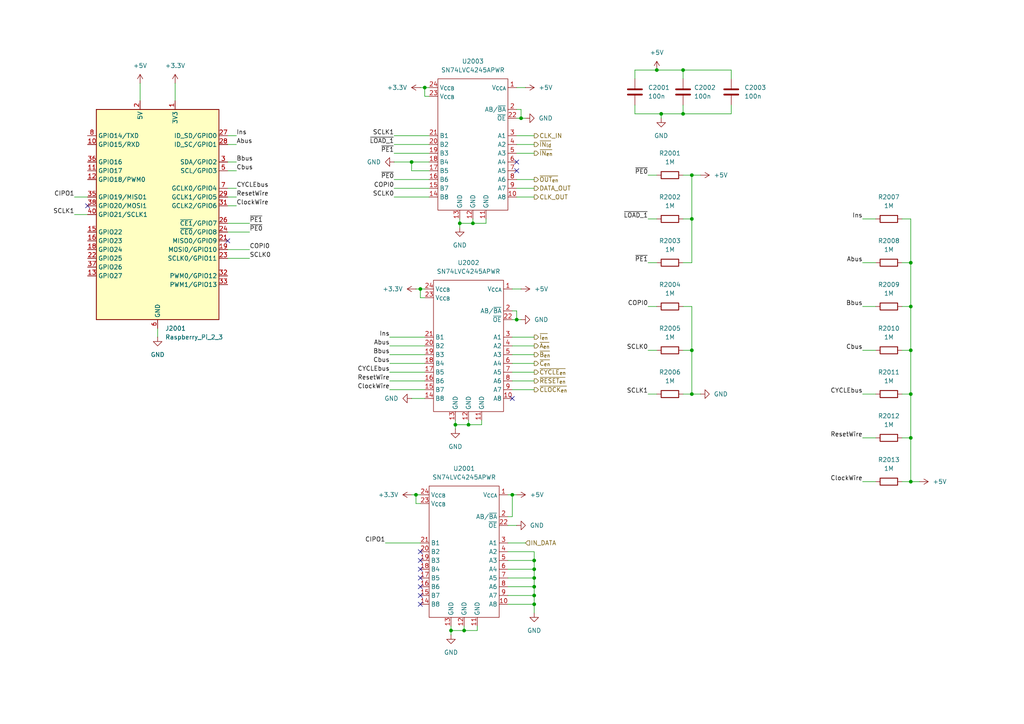
<source format=kicad_sch>
(kicad_sch (version 20231120) (generator "eeschema") (generator_version "8.0")
  (paper "A4")
  (lib_symbols
    (symbol "7400_Extras:74LVC4245"
      (property "Reference" "U" (at -0.254 22.86 0))
      (property "Value" "SN74LVC4245APWR" (at 0 7.62 0))
      (symbol "74LVC4245_1_1"
        (rectangle (start -10.16 21.59) (end 10.16 -16.51))
        (pin power_in line (at -12.7 19.05 0) (length 2.54) (name "V_{CCA}") (number "1"))
        (pin bidirectional line (at -12.7 -12.7 0) (length 2.54) (name "A8") (number "10"))
        (pin power_in line (at -3.81 -19.05 90) (length 2.54) (name "GND") (number "11"))
        (pin power_in line (at 0 -19.05 90) (length 2.54) (name "GND") (number "12"))
        (pin power_in line (at 3.81 -19.05 90) (length 2.54) (name "GND") (number "13"))
        (pin bidirectional line (at 12.7 -12.7 180) (length 2.54) (name "B8") (number "14"))
        (pin bidirectional line (at 12.7 -10.16 180) (length 2.54) (name "B7") (number "15"))
        (pin bidirectional line (at 12.7 -7.62 180) (length 2.54) (name "B6") (number "16"))
        (pin bidirectional line (at 12.7 -5.08 180) (length 2.54) (name "B5") (number "17"))
        (pin bidirectional line (at 12.7 -2.54 180) (length 2.54) (name "B4") (number "18"))
        (pin bidirectional line (at 12.7 0 180) (length 2.54) (name "B3") (number "19"))
        (pin input line (at -12.7 12.7 0) (length 2.54) (name "AB/~{BA}") (number "2"))
        (pin bidirectional line (at 12.7 2.54 180) (length 2.54) (name "B2") (number "20"))
        (pin bidirectional line (at 12.7 5.08 180) (length 2.54) (name "B1") (number "21"))
        (pin input line (at -12.7 10.16 0) (length 2.54) (name "~{OE}") (number "22"))
        (pin power_in line (at 12.7 16.51 180) (length 2.54) (name "V_{CCB}") (number "23"))
        (pin power_in line (at 12.7 19.05 180) (length 2.54) (name "V_{CCB}") (number "24"))
        (pin bidirectional line (at -12.7 5.08 0) (length 2.54) (name "A1") (number "3"))
        (pin bidirectional line (at -12.7 2.54 0) (length 2.54) (name "A2") (number "4"))
        (pin bidirectional line (at -12.7 0 0) (length 2.54) (name "A3") (number "5"))
        (pin bidirectional line (at -12.7 -2.54 0) (length 2.54) (name "A4") (number "6"))
        (pin bidirectional line (at -12.7 -5.08 0) (length 2.54) (name "A5") (number "7"))
        (pin bidirectional line (at -12.7 -7.62 0) (length 2.54) (name "A6") (number "8"))
        (pin bidirectional line (at -12.7 -10.16 0) (length 2.54) (name "A7") (number "9"))
      )
    )
    (symbol "Connector:Raspberry_Pi_2_3"
      (property "Reference" "J" (at -17.78 31.75 0))
      (property "Value" "Raspberry_Pi_2_3" (at 10.16 -31.75 0))
      (symbol "Raspberry_Pi_2_3_0_1"
        (rectangle (start -17.78 30.48) (end 17.78 -30.48) (stroke (width 0.254)) (fill (type background)))
      )
      (symbol "Raspberry_Pi_2_3_1_1"
        (pin power_in line (at 5.08 33.02 270) (length 2.54) (name "3V3") (number "1"))
        (pin bidirectional line (at -20.32 20.32 0) (length 2.54) (name "GPIO15/RXD") (number "10"))
        (pin bidirectional line (at -20.32 12.7 0) (length 2.54) (name "GPIO17") (number "11"))
        (pin bidirectional line (at -20.32 10.16 0) (length 2.54) (name "GPIO18/PWM0") (number "12"))
        (pin bidirectional line (at -20.32 -17.78 0) (length 2.54) (name "GPIO27") (number "13"))
        (pin passive line (at 0 -33.02 90) (length 2.54) hide (name "GND") (number "14"))
        (pin bidirectional line (at -20.32 -5.08 0) (length 2.54) (name "GPIO22") (number "15"))
        (pin bidirectional line (at -20.32 -7.62 0) (length 2.54) (name "GPIO23") (number "16"))
        (pin passive line (at 5.08 33.02 270) (length 2.54) hide (name "3V3") (number "17"))
        (pin bidirectional line (at -20.32 -10.16 0) (length 2.54) (name "GPIO24") (number "18"))
        (pin bidirectional line (at 20.32 -10.16 180) (length 2.54) (name "MOSI0/GPIO10") (number "19"))
        (pin power_in line (at -5.08 33.02 270) (length 2.54) (name "5V") (number "2"))
        (pin passive line (at 0 -33.02 90) (length 2.54) hide (name "GND") (number "20"))
        (pin bidirectional line (at 20.32 -7.62 180) (length 2.54) (name "MISO0/GPIO9") (number "21"))
        (pin bidirectional line (at -20.32 -12.7 0) (length 2.54) (name "GPIO25") (number "22"))
        (pin bidirectional line (at 20.32 -12.7 180) (length 2.54) (name "SCLK0/GPIO11") (number "23"))
        (pin bidirectional line (at 20.32 -5.08 180) (length 2.54) (name "~{CE0}/GPIO8") (number "24"))
        (pin passive line (at 0 -33.02 90) (length 2.54) hide (name "GND") (number "25"))
        (pin bidirectional line (at 20.32 -2.54 180) (length 2.54) (name "~{CE1}/GPIO7") (number "26"))
        (pin bidirectional line (at 20.32 22.86 180) (length 2.54) (name "ID_SD/GPIO0") (number "27"))
        (pin bidirectional line (at 20.32 20.32 180) (length 2.54) (name "ID_SC/GPIO1") (number "28"))
        (pin bidirectional line (at 20.32 5.08 180) (length 2.54) (name "GCLK1/GPIO5") (number "29"))
        (pin bidirectional line (at 20.32 15.24 180) (length 2.54) (name "SDA/GPIO2") (number "3"))
        (pin passive line (at 0 -33.02 90) (length 2.54) hide (name "GND") (number "30"))
        (pin bidirectional line (at 20.32 2.54 180) (length 2.54) (name "GCLK2/GPIO6") (number "31"))
        (pin bidirectional line (at 20.32 -17.78 180) (length 2.54) (name "PWM0/GPIO12") (number "32"))
        (pin bidirectional line (at 20.32 -20.32 180) (length 2.54) (name "PWM1/GPIO13") (number "33"))
        (pin passive line (at 0 -33.02 90) (length 2.54) hide (name "GND") (number "34"))
        (pin bidirectional line (at -20.32 5.08 0) (length 2.54) (name "GPIO19/MISO1") (number "35"))
        (pin bidirectional line (at -20.32 15.24 0) (length 2.54) (name "GPIO16") (number "36"))
        (pin bidirectional line (at -20.32 -15.24 0) (length 2.54) (name "GPIO26") (number "37"))
        (pin bidirectional line (at -20.32 2.54 0) (length 2.54) (name "GPIO20/MOSI1") (number "38"))
        (pin passive line (at 0 -33.02 90) (length 2.54) hide (name "GND") (number "39"))
        (pin passive line (at -5.08 33.02 270) (length 2.54) hide (name "5V") (number "4"))
        (pin bidirectional line (at -20.32 0 0) (length 2.54) (name "GPIO21/SCLK1") (number "40"))
        (pin bidirectional line (at 20.32 12.7 180) (length 2.54) (name "SCL/GPIO3") (number "5"))
        (pin power_in line (at 0 -33.02 90) (length 2.54) (name "GND") (number "6"))
        (pin bidirectional line (at 20.32 7.62 180) (length 2.54) (name "GCLK0/GPIO4") (number "7"))
        (pin bidirectional line (at -20.32 22.86 0) (length 2.54) (name "GPIO14/TXD") (number "8"))
        (pin passive line (at 0 -33.02 90) (length 2.54) hide (name "GND") (number "9"))
      )
    )
    (symbol "Device:C" (pin_numbers hide) (pin_names (offset 0.254))
      (property "Reference" "C" (at 0.635 2.54 0))
      (property "Value" "C" (at 0.635 -2.54 0))
      (symbol "C_0_1"
        (polyline (pts (xy -2.032 -0.762) (xy 2.032 -0.762)) (stroke (width 0.508)))
        (polyline (pts (xy -2.032 0.762) (xy 2.032 0.762)) (stroke (width 0.508)))
      )
      (symbol "C_1_1"
        (pin passive line (at 0 3.81 270) (length 2.794) (name "~") (number "1"))
        (pin passive line (at 0 -3.81 90) (length 2.794) (name "~") (number "2"))
      )
    )
    (symbol "Device:R" (pin_numbers hide) (pin_names (offset 0))
      (property "Reference" "R" (at 2.032 0 90))
      (property "Value" "R" (at 0 0 90))
      (symbol "R_0_1"
        (rectangle (start -1.016 -2.54) (end 1.016 2.54) (stroke (width 0.254)))
      )
      (symbol "R_1_1"
        (pin passive line (at 0 3.81 270) (length 1.27) (name "~") (number "1"))
        (pin passive line (at 0 -3.81 90) (length 1.27) (name "~") (number "2"))
      )
    )
    (symbol "power:+3.3V" (power) (pin_numbers hide) (pin_names (offset 0) hide)
      (property "Value" "+3.3V" (at 0 3.556 0))
      (symbol "+3.3V_0_1"
        (polyline (pts (xy -0.762 1.27) (xy 0 2.54)))
        (polyline (pts (xy 0 0) (xy 0 2.54)))
        (polyline (pts (xy 0 2.54) (xy 0.762 1.27)))
      )
      (symbol "+3.3V_1_1"
        (pin power_in line (at 0 0 90) (length 0) (name "~") (number "1"))
      )
    )
    (symbol "power:+5V" (power) (pin_numbers hide) (pin_names (offset 0) hide)
      (property "Value" "+5V" (at 0 3.556 0))
      (symbol "+5V_0_1"
        (polyline (pts (xy -0.762 1.27) (xy 0 2.54)))
        (polyline (pts (xy 0 0) (xy 0 2.54)))
        (polyline (pts (xy 0 2.54) (xy 0.762 1.27)))
      )
      (symbol "+5V_1_1"
        (pin power_in line (at 0 0 90) (length 0) (name "~") (number "1"))
      )
    )
    (symbol "power:GND" (power) (pin_numbers hide) (pin_names (offset 0) hide)
      (property "Value" "GND" (at 0 -3.81 0))
      (symbol "GND_0_1"
        (polyline (pts (xy 0 0) (xy 0 -1.27) (xy 1.27 -1.27) (xy 0 -2.54) (xy -1.27 -1.27) (xy 0 -1.27)))
      )
      (symbol "GND_1_1"
        (pin power_in line (at 0 0 270) (length 0) (name "~") (number "1"))
      )
    )
  )
  (junction (at 264.16 114.3))
  (junction (at 132.08 123.19))
  (junction (at 154.94 167.64))
  (junction (at 135.89 123.19))
  (junction (at 154.94 162.56))
  (junction (at 119.38 46.99))
  (junction (at 264.16 101.6))
  (junction (at 191.77 33.02))
  (junction (at 154.94 172.72))
  (junction (at 121.92 83.82))
  (junction (at 148.59 143.51))
  (junction (at 154.94 165.1))
  (junction (at 149.86 92.71))
  (junction (at 130.81 182.88))
  (junction (at 198.12 33.02))
  (junction (at 200.66 63.5))
  (junction (at 133.35 64.77))
  (junction (at 264.16 139.7))
  (junction (at 123.19 25.4))
  (junction (at 200.66 101.6))
  (junction (at 264.16 127))
  (junction (at 154.94 175.26))
  (junction (at 264.16 88.9))
  (junction (at 154.94 170.18))
  (junction (at 120.65 143.51))
  (junction (at 137.16 64.77))
  (junction (at 190.5 20.32))
  (junction (at 200.66 50.8))
  (junction (at 200.66 114.3))
  (junction (at 134.62 182.88))
  (junction (at 198.12 20.32))
  (junction (at 151.13 34.29))
  (junction (at 264.16 76.2))
  (no_connect (at 149.86 49.53))
  (no_connect (at 149.86 46.99))
  (no_connect (at 121.92 170.18))
  (no_connect (at 121.92 175.26))
  (no_connect (at 121.92 162.56))
  (no_connect (at 25.4 59.69))
  (no_connect (at 66.04 69.85))
  (no_connect (at 121.92 167.64))
  (no_connect (at 121.92 172.72))
  (no_connect (at 121.92 160.02))
  (no_connect (at 121.92 165.1))
  (no_connect (at 148.59 115.57))
  (wire (pts (xy 113.03 102.87) (xy 123.19 102.87)))
  (wire (pts (xy 66.04 74.93) (xy 72.39 74.93)))
  (wire (pts (xy 200.66 88.9) (xy 200.66 101.6)))
  (wire (pts (xy 187.96 88.9) (xy 190.5 88.9)))
  (wire (pts (xy 200.66 50.8) (xy 200.66 63.5)))
  (wire (pts (xy 147.32 157.48) (xy 152.4 157.48)))
  (wire (pts (xy 264.16 63.5) (xy 261.62 63.5)))
  (wire (pts (xy 66.04 67.31) (xy 72.39 67.31)))
  (wire (pts (xy 200.66 114.3) (xy 203.2 114.3)))
  (wire (pts (xy 149.86 44.45) (xy 154.94 44.45)))
  (wire (pts (xy 147.32 149.86) (xy 148.59 149.86)))
  (wire (pts (xy 198.12 101.6) (xy 200.66 101.6)))
  (wire (pts (xy 114.3 41.91) (xy 124.46 41.91)))
  (wire (pts (xy 149.86 39.37) (xy 154.94 39.37)))
  (wire (pts (xy 113.03 100.33) (xy 123.19 100.33)))
  (wire (pts (xy 250.19 101.6) (xy 254 101.6)))
  (wire (pts (xy 187.96 50.8) (xy 190.5 50.8)))
  (wire (pts (xy 261.62 114.3) (xy 264.16 114.3)))
  (wire (pts (xy 130.81 181.61) (xy 130.81 182.88)))
  (wire (pts (xy 120.65 146.05) (xy 121.92 146.05)))
  (wire (pts (xy 184.15 30.48) (xy 184.15 33.02)))
  (wire (pts (xy 154.94 172.72) (xy 154.94 175.26)))
  (wire (pts (xy 250.19 88.9) (xy 254 88.9)))
  (wire (pts (xy 133.35 64.77) (xy 133.35 66.04)))
  (wire (pts (xy 134.62 182.88) (xy 138.43 182.88)))
  (wire (pts (xy 151.13 31.75) (xy 151.13 34.29)))
  (wire (pts (xy 148.59 107.95) (xy 154.94 107.95)))
  (wire (pts (xy 113.03 97.79) (xy 123.19 97.79)))
  (wire (pts (xy 148.59 97.79) (xy 154.94 97.79)))
  (wire (pts (xy 149.86 57.15) (xy 154.94 57.15)))
  (wire (pts (xy 187.96 63.5) (xy 190.5 63.5)))
  (wire (pts (xy 121.92 83.82) (xy 123.19 83.82)))
  (wire (pts (xy 135.89 123.19) (xy 139.7 123.19)))
  (wire (pts (xy 149.86 31.75) (xy 151.13 31.75)))
  (wire (pts (xy 147.32 162.56) (xy 154.94 162.56)))
  (wire (pts (xy 149.86 25.4) (xy 152.4 25.4)))
  (wire (pts (xy 113.03 113.03) (xy 123.19 113.03)))
  (wire (pts (xy 147.32 172.72) (xy 154.94 172.72)))
  (wire (pts (xy 130.81 182.88) (xy 134.62 182.88)))
  (wire (pts (xy 21.59 62.23) (xy 25.4 62.23)))
  (wire (pts (xy 200.66 101.6) (xy 200.66 114.3)))
  (wire (pts (xy 154.94 160.02) (xy 154.94 162.56)))
  (wire (pts (xy 154.94 167.64) (xy 154.94 170.18)))
  (wire (pts (xy 148.59 113.03) (xy 154.94 113.03)))
  (wire (pts (xy 121.92 25.4) (xy 123.19 25.4)))
  (wire (pts (xy 123.19 25.4) (xy 123.19 27.94)))
  (wire (pts (xy 147.32 160.02) (xy 154.94 160.02)))
  (wire (pts (xy 120.65 143.51) (xy 121.92 143.51)))
  (wire (pts (xy 45.72 95.25) (xy 45.72 97.79)))
  (wire (pts (xy 149.86 52.07) (xy 154.94 52.07)))
  (wire (pts (xy 250.19 76.2) (xy 254 76.2)))
  (wire (pts (xy 120.65 143.51) (xy 120.65 146.05)))
  (wire (pts (xy 148.59 143.51) (xy 149.86 143.51)))
  (wire (pts (xy 147.32 167.64) (xy 154.94 167.64)))
  (wire (pts (xy 184.15 33.02) (xy 191.77 33.02)))
  (wire (pts (xy 250.19 63.5) (xy 254 63.5)))
  (wire (pts (xy 138.43 182.88) (xy 138.43 181.61)))
  (wire (pts (xy 113.03 107.95) (xy 123.19 107.95)))
  (wire (pts (xy 137.16 64.77) (xy 140.97 64.77)))
  (wire (pts (xy 147.32 170.18) (xy 154.94 170.18)))
  (wire (pts (xy 132.08 123.19) (xy 135.89 123.19)))
  (wire (pts (xy 198.12 33.02) (xy 212.09 33.02)))
  (wire (pts (xy 66.04 46.99) (xy 68.58 46.99)))
  (wire (pts (xy 148.59 83.82) (xy 151.13 83.82)))
  (wire (pts (xy 114.3 54.61) (xy 124.46 54.61)))
  (wire (pts (xy 119.38 143.51) (xy 120.65 143.51)))
  (wire (pts (xy 149.86 90.17) (xy 149.86 92.71)))
  (wire (pts (xy 124.46 49.53) (xy 119.38 49.53)))
  (wire (pts (xy 148.59 102.87) (xy 154.94 102.87)))
  (wire (pts (xy 114.3 46.99) (xy 119.38 46.99)))
  (wire (pts (xy 66.04 59.69) (xy 68.58 59.69)))
  (wire (pts (xy 121.92 86.36) (xy 123.19 86.36)))
  (wire (pts (xy 212.09 33.02) (xy 212.09 30.48)))
  (wire (pts (xy 134.62 181.61) (xy 134.62 182.88)))
  (wire (pts (xy 264.16 139.7) (xy 266.7 139.7)))
  (wire (pts (xy 149.86 34.29) (xy 151.13 34.29)))
  (wire (pts (xy 261.62 127) (xy 264.16 127)))
  (wire (pts (xy 264.16 76.2) (xy 264.16 63.5)))
  (wire (pts (xy 40.64 24.13) (xy 40.64 29.21)))
  (wire (pts (xy 21.59 57.15) (xy 25.4 57.15)))
  (wire (pts (xy 187.96 76.2) (xy 190.5 76.2)))
  (wire (pts (xy 149.86 54.61) (xy 154.94 54.61)))
  (wire (pts (xy 154.94 170.18) (xy 154.94 172.72)))
  (wire (pts (xy 123.19 25.4) (xy 124.46 25.4)))
  (wire (pts (xy 198.12 30.48) (xy 198.12 33.02)))
  (wire (pts (xy 190.5 20.32) (xy 198.12 20.32)))
  (wire (pts (xy 133.35 63.5) (xy 133.35 64.77)))
  (wire (pts (xy 187.96 101.6) (xy 190.5 101.6)))
  (wire (pts (xy 119.38 46.99) (xy 124.46 46.99)))
  (wire (pts (xy 250.19 127) (xy 254 127)))
  (wire (pts (xy 147.32 175.26) (xy 154.94 175.26)))
  (wire (pts (xy 261.62 139.7) (xy 264.16 139.7)))
  (wire (pts (xy 148.59 100.33) (xy 154.94 100.33)))
  (wire (pts (xy 148.59 143.51) (xy 148.59 149.86)))
  (wire (pts (xy 66.04 39.37) (xy 68.58 39.37)))
  (wire (pts (xy 148.59 92.71) (xy 149.86 92.71)))
  (wire (pts (xy 66.04 72.39) (xy 72.39 72.39)))
  (wire (pts (xy 264.16 127) (xy 264.16 139.7)))
  (wire (pts (xy 200.66 50.8) (xy 203.2 50.8)))
  (wire (pts (xy 66.04 49.53) (xy 68.58 49.53)))
  (wire (pts (xy 198.12 50.8) (xy 200.66 50.8)))
  (wire (pts (xy 139.7 123.19) (xy 139.7 121.92)))
  (wire (pts (xy 133.35 64.77) (xy 137.16 64.77)))
  (wire (pts (xy 184.15 20.32) (xy 190.5 20.32)))
  (wire (pts (xy 184.15 22.86) (xy 184.15 20.32)))
  (wire (pts (xy 154.94 162.56) (xy 154.94 165.1)))
  (wire (pts (xy 264.16 114.3) (xy 264.16 101.6)))
  (wire (pts (xy 187.96 114.3) (xy 190.5 114.3)))
  (wire (pts (xy 121.92 83.82) (xy 121.92 86.36)))
  (wire (pts (xy 140.97 64.77) (xy 140.97 63.5)))
  (wire (pts (xy 148.59 90.17) (xy 149.86 90.17)))
  (wire (pts (xy 119.38 115.57) (xy 123.19 115.57)))
  (wire (pts (xy 198.12 88.9) (xy 200.66 88.9)))
  (wire (pts (xy 137.16 63.5) (xy 137.16 64.77)))
  (wire (pts (xy 113.03 110.49) (xy 123.19 110.49)))
  (wire (pts (xy 198.12 114.3) (xy 200.66 114.3)))
  (wire (pts (xy 148.59 110.49) (xy 154.94 110.49)))
  (wire (pts (xy 149.86 41.91) (xy 154.94 41.91)))
  (wire (pts (xy 151.13 34.29) (xy 152.4 34.29)))
  (wire (pts (xy 212.09 20.32) (xy 212.09 22.86)))
  (wire (pts (xy 264.16 101.6) (xy 264.16 88.9)))
  (wire (pts (xy 135.89 121.92) (xy 135.89 123.19)))
  (wire (pts (xy 66.04 64.77) (xy 72.39 64.77)))
  (wire (pts (xy 130.81 182.88) (xy 130.81 184.15)))
  (wire (pts (xy 50.8 24.13) (xy 50.8 29.21)))
  (wire (pts (xy 132.08 121.92) (xy 132.08 123.19)))
  (wire (pts (xy 119.38 49.53) (xy 119.38 46.99)))
  (wire (pts (xy 66.04 54.61) (xy 68.58 54.61)))
  (wire (pts (xy 111.76 157.48) (xy 121.92 157.48)))
  (wire (pts (xy 264.16 88.9) (xy 264.16 76.2)))
  (wire (pts (xy 114.3 52.07) (xy 124.46 52.07)))
  (wire (pts (xy 114.3 57.15) (xy 124.46 57.15)))
  (wire (pts (xy 147.32 165.1) (xy 154.94 165.1)))
  (wire (pts (xy 154.94 165.1) (xy 154.94 167.64)))
  (wire (pts (xy 66.04 41.91) (xy 68.58 41.91)))
  (wire (pts (xy 147.32 143.51) (xy 148.59 143.51)))
  (wire (pts (xy 154.94 175.26) (xy 154.94 177.8)))
  (wire (pts (xy 261.62 88.9) (xy 264.16 88.9)))
  (wire (pts (xy 198.12 20.32) (xy 198.12 22.86)))
  (wire (pts (xy 264.16 127) (xy 264.16 114.3)))
  (wire (pts (xy 149.86 92.71) (xy 151.13 92.71)))
  (wire (pts (xy 191.77 34.29) (xy 191.77 33.02)))
  (wire (pts (xy 148.59 105.41) (xy 154.94 105.41)))
  (wire (pts (xy 191.77 33.02) (xy 198.12 33.02)))
  (wire (pts (xy 147.32 152.4) (xy 149.86 152.4)))
  (wire (pts (xy 113.03 105.41) (xy 123.19 105.41)))
  (wire (pts (xy 123.19 27.94) (xy 124.46 27.94)))
  (wire (pts (xy 198.12 20.32) (xy 212.09 20.32)))
  (wire (pts (xy 261.62 76.2) (xy 264.16 76.2)))
  (wire (pts (xy 132.08 123.19) (xy 132.08 124.46)))
  (wire (pts (xy 261.62 101.6) (xy 264.16 101.6)))
  (wire (pts (xy 114.3 39.37) (xy 124.46 39.37)))
  (wire (pts (xy 200.66 76.2) (xy 198.12 76.2)))
  (wire (pts (xy 250.19 139.7) (xy 254 139.7)))
  (wire (pts (xy 250.19 114.3) (xy 254 114.3)))
  (wire (pts (xy 114.3 44.45) (xy 124.46 44.45)))
  (wire (pts (xy 200.66 63.5) (xy 200.66 76.2)))
  (wire (pts (xy 198.12 63.5) (xy 200.66 63.5)))
  (wire (pts (xy 120.65 83.82) (xy 121.92 83.82)))
  (wire (pts (xy 66.04 57.15) (xy 68.58 57.15)))
  (label "Abus" (at 68.58 41.91 0))
  (label "SCLK0" (at 114.3 57.15 180))
  (label "SCLK0" (at 72.39 74.93 0))
  (label "Cbus" (at 113.03 105.41 180))
  (label "CIPO1" (at 21.59 57.15 180))
  (label "Bbus" (at 250.19 88.9 180))
  (label "~{LOAD_1}" (at 187.96 63.5 180))
  (label "ResetWire" (at 113.03 110.49 180))
  (label "SCLK1" (at 114.3 39.37 180))
  (label "CIPO1" (at 111.76 157.48 180))
  (label "~{PE0}" (at 187.96 50.8 180))
  (label "CYCLEbus" (at 250.19 114.3 180))
  (label "Cbus" (at 250.19 101.6 180))
  (label "ResetWire" (at 68.58 57.15 0))
  (label "ClockWire" (at 68.58 59.69 0))
  (label "Ins" (at 68.58 39.37 0))
  (label "COPI0" (at 114.3 54.61 180))
  (label "~{PE1}" (at 114.3 44.45 180))
  (label "SCLK0" (at 187.96 101.6 180))
  (label "~{PE0}" (at 72.39 67.31 0))
  (label "Bbus" (at 113.03 102.87 180))
  (label "CYCLEbus" (at 68.58 54.61 0))
  (label "Abus" (at 250.19 76.2 180))
  (label "ResetWire" (at 250.19 127 180))
  (label "COPI0" (at 187.96 88.9 180))
  (label "~{PE1}" (at 72.39 64.77 0))
  (label "Abus" (at 113.03 100.33 180))
  (label "SCLK1" (at 187.96 114.3 180))
  (label "Bbus" (at 68.58 46.99 0))
  (label "CYCLEbus" (at 113.03 107.95 180))
  (label "~{PE0}" (at 114.3 52.07 180))
  (label "Cbus" (at 68.58 49.53 0))
  (label "Ins" (at 113.03 97.79 180))
  (label "SCLK1" (at 21.59 62.23 180))
  (label "~{LOAD_1}" (at 114.3 41.91 180))
  (label "Ins" (at 250.19 63.5 180))
  (label "ClockWire" (at 250.19 139.7 180))
  (label "ClockWire" (at 113.03 113.03 180))
  (label "COPI0" (at 72.39 72.39 0))
  (label "~{PE1}" (at 187.96 76.2 180))
  (hierarchical_label "~{I_{en}}" (shape output) (at 154.94 97.79 0))
  (hierarchical_label "~{CLOCK_{en}}" (shape output) (at 154.94 113.03 0))
  (hierarchical_label "DATA_OUT" (shape output) (at 154.94 54.61 0))
  (hierarchical_label "~{RESET_{en}}" (shape output) (at 154.94 110.49 0))
  (hierarchical_label "IN_DATA" (shape input) (at 152.4 157.48 0))
  (hierarchical_label "CLK_IN" (shape output) (at 154.94 39.37 0))
  (hierarchical_label "~{A_{en}}" (shape output) (at 154.94 100.33 0))
  (hierarchical_label "~{CYCLE_{en}}" (shape output) (at 154.94 107.95 0))
  (hierarchical_label "~{IN_{en}}" (shape output) (at 154.94 44.45 0))
  (hierarchical_label "~{B_{en}}" (shape output) (at 154.94 102.87 0))
  (hierarchical_label "CLK_OUT" (shape output) (at 154.94 57.15 0))
  (hierarchical_label "~{C_{en}}" (shape output) (at 154.94 105.41 0))
  (hierarchical_label "~{OUT_{en}}" (shape output) (at 154.94 52.07 0))
  (hierarchical_label "~{IN_{ld}}" (shape output) (at 154.94 41.91 0))
  (symbol (lib_id "Device:R") (at 194.31 101.6 90) (unit 1)
    (property "Reference" "R2005" (at 194.31 95.25 90))
    (property "Value" "1M" (at 194.31 97.79 90))
    (property "Footprint" "Resistor_SMD:R_0603_1608Metric" (effects (hide yes)))
    (property "Description" "Resistor" (effects (hide yes)))
    (property "LCSC" "C22935" (effects (hide yes)))
  )
  (symbol (lib_id "Device:R") (at 194.31 88.9 90) (unit 1)
    (property "Reference" "R2004" (at 194.31 82.55 90))
    (property "Value" "1M" (at 194.31 85.09 90))
    (property "Footprint" "Resistor_SMD:R_0603_1608Metric" (effects (hide yes)))
    (property "Description" "Resistor" (effects (hide yes)))
    (property "LCSC" "C22935" (effects (hide yes)))
  )
  (symbol (lib_id "Device:C") (at 212.09 26.67 180) (unit 1)
    (property "Reference" "C2003" (at 215.9 25.3999 0) (effects (justify right)))
    (property "Value" "100n" (at 215.9 27.9399 0) (effects (justify right)))
    (property "Footprint" "Capacitor_SMD:C_0603_1608Metric" (effects (hide yes)))
    (property "Datasheet" "https://datasheet.lcsc.com/lcsc/1809301912_YAGEO-CC0603KRX7R9BB104_C14663.pdf" (effects (hide yes)))
    (property "LCSC" "C14663" (effects (hide yes)))
  )
  (symbol (lib_id "Device:C") (at 184.15 26.67 180) (unit 1)
    (property "Reference" "C2001" (at 187.96 25.3999 0) (effects (justify right)))
    (property "Value" "100n" (at 187.96 27.9399 0) (effects (justify right)))
    (property "Footprint" "Capacitor_SMD:C_0603_1608Metric" (effects (hide yes)))
    (property "Datasheet" "https://datasheet.lcsc.com/lcsc/1809301912_YAGEO-CC0603KRX7R9BB104_C14663.pdf" (effects (hide yes)))
    (property "LCSC" "C14663" (effects (hide yes)))
  )
  (symbol (lib_id "Device:R") (at 257.81 101.6 90) (unit 1)
    (property "Reference" "R2010" (at 257.81 95.25 90))
    (property "Value" "1M" (at 257.81 97.79 90))
    (property "Footprint" "Resistor_SMD:R_0603_1608Metric" (effects (hide yes)))
    (property "Description" "Resistor" (effects (hide yes)))
    (property "LCSC" "C22935" (effects (hide yes)))
  )
  (symbol (lib_id "power:GND") (at 132.08 124.46 0) (unit 1)
    (property "Reference" "#PWR02010" (effects (hide yes)))
    (property "Value" "GND" (at 132.08 129.54 0))
    (property "Description" "Power symbol creates a global label with name \"GND\" , ground" (effects (hide yes)))
  )
  (symbol (lib_id "Device:R") (at 257.81 76.2 90) (unit 1)
    (property "Reference" "R2008" (at 257.81 69.85 90))
    (property "Value" "1M" (at 257.81 72.39 90))
    (property "Footprint" "Resistor_SMD:R_0603_1608Metric" (effects (hide yes)))
    (property "Description" "Resistor" (effects (hide yes)))
    (property "LCSC" "C22935" (effects (hide yes)))
  )
  (symbol (lib_id "power:GND") (at 119.38 115.57 270) (unit 1)
    (property "Reference" "#PWR02005" (effects (hide yes)))
    (property "Value" "GND" (at 115.57 115.5699 90) (effects (justify right)))
    (property "Description" "Power symbol creates a global label with name \"GND\" , ground" (effects (hide yes)))
  )
  (symbol (lib_id "power:GND") (at 154.94 177.8 0) (unit 1)
    (property "Reference" "#PWR02018" (effects (hide yes)))
    (property "Value" "GND" (at 154.94 182.88 0))
    (property "Description" "Power symbol creates a global label with name \"GND\" , ground" (effects (hide yes)))
  )
  (symbol (lib_id "Device:R") (at 257.81 88.9 90) (unit 1)
    (property "Reference" "R2009" (at 257.81 82.55 90))
    (property "Value" "1M" (at 257.81 85.09 90))
    (property "Footprint" "Resistor_SMD:R_0603_1608Metric" (effects (hide yes)))
    (property "Description" "Resistor" (effects (hide yes)))
    (property "LCSC" "C22935" (effects (hide yes)))
  )
  (symbol (lib_id "7400_Extras:74LVC4245") (at 135.89 102.87 0) (mirror y) (unit 1)
    (property "Reference" "U2002" (at 135.89 76.2 0))
    (property "Value" "SN74LVC4245APWR" (at 135.89 78.74 0))
    (property "Footprint" "Package_SO:TSSOP-24_4.4x7.8mm_P0.65mm" (effects (hide yes)))
    (property "Datasheet" "https://www.lcsc.com/datasheet/lcsc_datasheet_1809192324_Texas-Instruments-SN74LVC4245APWR_C7859.pdf" (effects (hide yes)))
    (property "Description" "Octal Bus Transceiver 3V3 to 5V" (effects (hide yes)))
    (property "LCSC" "C7859" (effects (hide yes)))
  )
  (symbol (lib_id "7400_Extras:74LVC4245") (at 137.16 44.45 0) (mirror y) (unit 1)
    (property "Reference" "U2003" (at 137.16 17.78 0))
    (property "Value" "SN74LVC4245APWR" (at 137.16 20.32 0))
    (property "Footprint" "Package_SO:TSSOP-24_4.4x7.8mm_P0.65mm" (effects (hide yes)))
    (property "Datasheet" "https://www.lcsc.com/datasheet/lcsc_datasheet_1809192324_Texas-Instruments-SN74LVC4245APWR_C7859.pdf" (effects (hide yes)))
    (property "Description" "Octal Bus Transceiver 3V3 to 5V" (effects (hide yes)))
    (property "LCSC" "C7859" (effects (hide yes)))
  )
  (symbol (lib_id "7400_Extras:74LVC4245") (at 134.62 162.56 0) (mirror y) (unit 1)
    (property "Reference" "U2001" (at 134.62 135.89 0))
    (property "Value" "SN74LVC4245APWR" (at 134.62 138.43 0))
    (property "Footprint" "Package_SO:TSSOP-24_4.4x7.8mm_P0.65mm" (effects (hide yes)))
    (property "Datasheet" "https://www.lcsc.com/datasheet/lcsc_datasheet_1809192324_Texas-Instruments-SN74LVC4245APWR_C7859.pdf" (effects (hide yes)))
    (property "Description" "Octal Bus Transceiver 3V3 to 5V" (effects (hide yes)))
    (property "LCSC" "C7859" (effects (hide yes)))
  )
  (symbol (lib_id "power:+3.3V") (at 121.92 25.4 90) (unit 1)
    (property "Reference" "#PWR02008" (effects (hide yes)))
    (property "Value" "+3.3V" (at 118.11 25.3999 90) (effects (justify left)))
    (property "Description" "Power symbol creates a global label with name \"+3.3V\"" (effects (hide yes)))
  )
  (symbol (lib_id "Device:R") (at 257.81 114.3 90) (unit 1)
    (property "Reference" "R2011" (at 257.81 107.95 90))
    (property "Value" "1M" (at 257.81 110.49 90))
    (property "Footprint" "Resistor_SMD:R_0603_1608Metric" (effects (hide yes)))
    (property "Description" "Resistor" (effects (hide yes)))
    (property "LCSC" "C22935" (effects (hide yes)))
  )
  (symbol (lib_id "power:+3.3V") (at 119.38 143.51 90) (unit 1)
    (property "Reference" "#PWR02006" (effects (hide yes)))
    (property "Value" "+3.3V" (at 115.57 143.5099 90) (effects (justify left)))
    (property "Description" "Power symbol creates a global label with name \"+3.3V\"" (effects (hide yes)))
  )
  (symbol (lib_id "power:GND") (at 114.3 46.99 270) (unit 1)
    (property "Reference" "#PWR02004" (effects (hide yes)))
    (property "Value" "GND" (at 110.49 46.9899 90) (effects (justify right)))
    (property "Description" "Power symbol creates a global label with name \"GND\" , ground" (effects (hide yes)))
  )
  (symbol (lib_id "power:GND") (at 203.2 114.3 90) (unit 1)
    (property "Reference" "#PWR02022" (effects (hide yes)))
    (property "Value" "GND" (at 207.01 114.2999 90) (effects (justify right)))
    (property "Description" "Power symbol creates a global label with name \"GND\" , ground" (effects (hide yes)))
  )
  (symbol (lib_id "power:+5V") (at 149.86 143.51 270) (unit 1)
    (property "Reference" "#PWR02012" (effects (hide yes)))
    (property "Value" "+5V" (at 153.67 143.5099 90) (effects (justify left)))
    (property "Description" "Power symbol creates a global label with name \"+5V\"" (effects (hide yes)))
  )
  (symbol (lib_id "power:+5V") (at 266.7 139.7 270) (unit 1)
    (property "Reference" "#PWR02023" (effects (hide yes)))
    (property "Value" "+5V" (at 270.51 139.6999 90) (effects (justify left)))
    (property "Description" "Power symbol creates a global label with name \"+5V\"" (effects (hide yes)))
  )
  (symbol (lib_id "Device:R") (at 194.31 50.8 90) (unit 1)
    (property "Reference" "R2001" (at 194.31 44.45 90))
    (property "Value" "1M" (at 194.31 46.99 90))
    (property "Footprint" "Resistor_SMD:R_0603_1608Metric" (effects (hide yes)))
    (property "Description" "Resistor" (effects (hide yes)))
    (property "LCSC" "C22935" (effects (hide yes)))
  )
  (symbol (lib_id "power:+3.3V") (at 50.8 24.13 0) (unit 1)
    (property "Reference" "#PWR02003" (effects (hide yes)))
    (property "Value" "+3.3V" (at 50.8 19.05 0))
    (property "Description" "Power symbol creates a global label with name \"+3.3V\"" (effects (hide yes)))
  )
  (symbol (lib_id "power:GND") (at 130.81 184.15 0) (unit 1)
    (property "Reference" "#PWR02009" (effects (hide yes)))
    (property "Value" "GND" (at 130.81 189.23 0))
    (property "Description" "Power symbol creates a global label with name \"GND\" , ground" (effects (hide yes)))
  )
  (symbol (lib_id "power:+3.3V") (at 120.65 83.82 90) (unit 1)
    (property "Reference" "#PWR02007" (effects (hide yes)))
    (property "Value" "+3.3V" (at 116.84 83.8199 90) (effects (justify left)))
    (property "Description" "Power symbol creates a global label with name \"+3.3V\"" (effects (hide yes)))
  )
  (symbol (lib_id "Device:C") (at 198.12 26.67 180) (unit 1)
    (property "Reference" "C2002" (at 201.295 25.3999 0) (effects (justify right)))
    (property "Value" "100n" (at 201.295 27.9399 0) (effects (justify right)))
    (property "Footprint" "Capacitor_SMD:C_0603_1608Metric" (effects (hide yes)))
    (property "Datasheet" "https://datasheet.lcsc.com/lcsc/1809301912_YAGEO-CC0603KRX7R9BB104_C14663.pdf" (effects (hide yes)))
    (property "LCSC" "C14663" (effects (hide yes)))
  )
  (symbol (lib_id "Device:R") (at 257.81 63.5 90) (unit 1)
    (property "Reference" "R2007" (at 257.81 57.15 90))
    (property "Value" "1M" (at 257.81 59.69 90))
    (property "Footprint" "Resistor_SMD:R_0603_1608Metric" (effects (hide yes)))
    (property "Description" "Resistor" (effects (hide yes)))
    (property "LCSC" "C22935" (effects (hide yes)))
  )
  (symbol (lib_id "power:+5V") (at 203.2 50.8 270) (unit 1)
    (property "Reference" "#PWR02021" (effects (hide yes)))
    (property "Value" "+5V" (at 207.01 50.7999 90) (effects (justify left)))
    (property "Description" "Power symbol creates a global label with name \"+5V\"" (effects (hide yes)))
  )
  (symbol (lib_id "power:GND") (at 151.13 92.71 90) (unit 1)
    (property "Reference" "#PWR02015" (effects (hide yes)))
    (property "Value" "GND" (at 154.94 92.7099 90) (effects (justify right)))
    (property "Description" "Power symbol creates a global label with name \"GND\" , ground" (effects (hide yes)))
  )
  (symbol (lib_id "Device:R") (at 257.81 127 90) (unit 1)
    (property "Reference" "R2012" (at 257.81 120.65 90))
    (property "Value" "1M" (at 257.81 123.19 90))
    (property "Footprint" "Resistor_SMD:R_0603_1608Metric" (effects (hide yes)))
    (property "Description" "Resistor" (effects (hide yes)))
    (property "LCSC" "C22935" (effects (hide yes)))
  )
  (symbol (lib_id "power:+5V") (at 190.5 20.32 0) (unit 1)
    (property "Reference" "#PWR02019" (effects (hide yes)))
    (property "Value" "+5V" (at 190.5 15.24 0))
  )
  (symbol (lib_id "power:+5V") (at 40.64 24.13 0) (unit 1)
    (property "Reference" "#PWR02001" (effects (hide yes)))
    (property "Value" "+5V" (at 40.64 19.05 0))
    (property "Description" "Power symbol creates a global label with name \"+5V\"" (effects (hide yes)))
  )
  (symbol (lib_id "power:GND") (at 191.77 34.29 0) (unit 1)
    (property "Reference" "#PWR02020" (effects (hide yes)))
    (property "Value" "GND" (at 191.77 39.37 0))
  )
  (symbol (lib_id "Device:R") (at 257.81 139.7 90) (unit 1)
    (property "Reference" "R2013" (at 257.81 133.35 90))
    (property "Value" "1M" (at 257.81 135.89 90))
    (property "Footprint" "Resistor_SMD:R_0603_1608Metric" (effects (hide yes)))
    (property "Description" "Resistor" (effects (hide yes)))
    (property "LCSC" "C22935" (effects (hide yes)))
  )
  (symbol (lib_id "Device:R") (at 194.31 76.2 90) (unit 1)
    (property "Reference" "R2003" (at 194.31 69.85 90))
    (property "Value" "1M" (at 194.31 72.39 90))
    (property "Footprint" "Resistor_SMD:R_0603_1608Metric" (effects (hide yes)))
    (property "Description" "Resistor" (effects (hide yes)))
    (property "LCSC" "C22935" (effects (hide yes)))
  )
  (symbol (lib_id "Device:R") (at 194.31 63.5 90) (unit 1)
    (property "Reference" "R2002" (at 194.31 57.15 90))
    (property "Value" "1M" (at 194.31 59.69 90))
    (property "Footprint" "Resistor_SMD:R_0603_1608Metric" (effects (hide yes)))
    (property "Description" "Resistor" (effects (hide yes)))
    (property "LCSC" "C22935" (effects (hide yes)))
  )
  (symbol (lib_id "power:GND") (at 45.72 97.79 0) (unit 1)
    (property "Reference" "#PWR02002" (effects (hide yes)))
    (property "Value" "GND" (at 45.72 102.87 0))
    (property "Description" "Power symbol creates a global label with name \"GND\" , ground" (effects (hide yes)))
  )
  (symbol (lib_id "power:+5V") (at 151.13 83.82 270) (unit 1)
    (property "Reference" "#PWR02014" (effects (hide yes)))
    (property "Value" "+5V" (at 154.94 83.8199 90) (effects (justify left)))
    (property "Description" "Power symbol creates a global label with name \"+5V\"" (effects (hide yes)))
  )
  (symbol (lib_id "Device:R") (at 194.31 114.3 90) (unit 1)
    (property "Reference" "R2006" (at 194.31 107.95 90))
    (property "Value" "1M" (at 194.31 110.49 90))
    (property "Footprint" "Resistor_SMD:R_0603_1608Metric" (effects (hide yes)))
    (property "Description" "Resistor" (effects (hide yes)))
    (property "LCSC" "C22935" (effects (hide yes)))
  )
  (symbol (lib_id "power:GND") (at 152.4 34.29 90) (unit 1)
    (property "Reference" "#PWR02017" (effects (hide yes)))
    (property "Value" "GND" (at 156.21 34.2899 90) (effects (justify right)))
    (property "Description" "Power symbol creates a global label with name \"GND\" , ground" (effects (hide yes)))
  )
  (symbol (lib_id "power:GND") (at 149.86 152.4 90) (unit 1)
    (property "Reference" "#PWR02013" (effects (hide yes)))
    (property "Value" "GND" (at 153.67 152.3999 90) (effects (justify right)))
    (property "Description" "Power symbol creates a global label with name \"GND\" , ground" (effects (hide yes)))
  )
  (symbol (lib_id "power:+5V") (at 152.4 25.4 270) (unit 1)
    (property "Reference" "#PWR02016" (effects (hide yes)))
    (property "Value" "+5V" (at 156.21 25.3999 90) (effects (justify left)))
    (property "Description" "Power symbol creates a global label with name \"+5V\"" (effects (hide yes)))
  )
  (symbol (lib_id "power:GND") (at 133.35 66.04 0) (unit 1)
    (property "Reference" "#PWR02011" (effects (hide yes)))
    (property "Value" "GND" (at 133.35 71.12 0))
    (property "Description" "Power symbol creates a global label with name \"GND\" , ground" (effects (hide yes)))
  )
  (symbol (lib_id "Connector:Raspberry_Pi_2_3") (at 45.72 62.23 0) (unit 1)
    (property "Reference" "J2001" (at 47.9141 95.25 0) (effects (justify left)))
    (property "Value" "Raspberry_Pi_2_3" (at 47.9141 97.79 0) (effects (justify left)))
    (property "Footprint" "Connector_PinHeader_2.54mm:PinHeader_2x20_P2.54mm_Vertical" (effects (hide yes)))
    (property "Datasheet" "https://www.raspberrypi.org/documentation/hardware/raspberrypi/schematics/rpi_SCH_3bplus_1p0_reduced.pdf" (effects (hide yes)))
    (property "Description" "expansion header for Raspberry Pi 2 & 3" (effects (hide yes)))
  )
)
</source>
